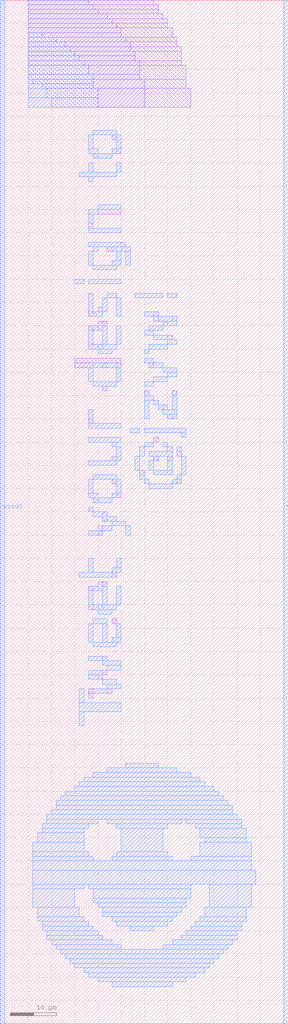
<source format=lef>
VERSION 5.7 ;
  NOWIREEXTENSIONATPIN ON ;
  DIVIDERCHAR "/" ;
  BUSBITCHARS "[]" ;
MACRO chip_art
  CLASS BLOCK ;
  FOREIGN chip_art ;
  ORIGIN 6.000 0.000 ;
  SIZE 62.000 BY 220.000 ;
  PIN vccd1
    DIRECTION INPUT ;
    USE POWER ;
    PORT
      LAYER met4 ;
        RECT 55.000 0.000 56.000 220.000 ;
    END
  END vccd1
  PIN vssd1
    DIRECTION INPUT ;
    USE GROUND ;
    PORT
      LAYER met4 ;
        RECT -6.000 0.000 -5.000 220.000 ;
    END
  END vssd1
  OBS
      LAYER met1 ;
        RECT 13.000 219.000 27.000 220.000 ;
        RECT 14.000 218.000 28.000 219.000 ;
        RECT 15.000 217.000 28.000 218.000 ;
        RECT 17.000 216.000 29.000 217.000 ;
        RECT 18.000 215.000 30.000 216.000 ;
        RECT 19.000 214.000 30.000 215.000 ;
        RECT 20.000 212.000 31.000 214.000 ;
        RECT 21.000 211.000 32.000 212.000 ;
        RECT 22.000 210.000 32.000 211.000 ;
        RECT 22.000 209.000 33.000 210.000 ;
        RECT 23.000 207.000 33.000 209.000 ;
        RECT 24.000 206.000 33.000 207.000 ;
        RECT 24.000 203.000 34.000 206.000 ;
        RECT 25.000 201.000 34.000 203.000 ;
        RECT 25.000 197.000 35.000 201.000 ;
        RECT 19.000 187.000 20.000 188.000 ;
        RECT 15.000 174.000 20.000 175.000 ;
        RECT 13.000 171.000 14.000 172.000 ;
        RECT 20.000 167.000 21.000 168.000 ;
        RECT 17.000 166.000 18.000 167.000 ;
        RECT 15.000 153.000 16.000 154.000 ;
        RECT 27.000 151.000 28.000 152.000 ;
        RECT 31.000 151.000 32.000 152.000 ;
        RECT 15.000 149.000 16.000 151.000 ;
        RECT 29.000 150.000 30.000 151.000 ;
        RECT 30.000 147.000 31.000 148.000 ;
        RECT 13.000 145.000 14.000 146.000 ;
        RECT 15.000 145.000 16.000 146.000 ;
        RECT 10.000 142.000 20.000 143.000 ;
        RECT 16.000 136.000 17.000 137.000 ;
        RECT 29.000 132.000 30.000 133.000 ;
        RECT 27.000 125.000 28.000 126.000 ;
        RECT 32.000 122.000 33.000 123.000 ;
        RECT 18.000 121.000 19.000 122.000 ;
        RECT 24.000 118.000 25.000 119.000 ;
        RECT 32.000 116.000 33.000 117.000 ;
        RECT 19.000 113.000 20.000 114.000 ;
        RECT 15.000 106.000 16.000 107.000 ;
        RECT 18.000 96.000 19.000 97.000 ;
        RECT 15.000 93.000 16.000 95.000 ;
        RECT 13.000 89.000 14.000 90.000 ;
        RECT 15.000 89.000 16.000 90.000 ;
        RECT 18.000 86.000 19.000 87.000 ;
        RECT 16.000 78.000 17.000 79.000 ;
        RECT 16.000 75.000 17.000 76.000 ;
        RECT 15.000 74.000 16.000 75.000 ;
        RECT 17.000 71.000 18.000 72.000 ;
        RECT 13.000 70.000 14.000 71.000 ;
      LAYER met2 ;
        RECT 0.000 219.000 13.000 220.000 ;
        RECT 0.000 218.000 14.000 219.000 ;
        RECT 0.000 217.000 15.000 218.000 ;
        RECT 0.000 216.000 17.000 217.000 ;
        RECT 0.000 215.000 18.000 216.000 ;
        RECT 0.000 214.000 19.000 215.000 ;
        RECT 0.000 213.000 20.000 214.000 ;
        RECT 3.000 212.000 20.000 213.000 ;
        RECT 6.000 211.000 21.000 212.000 ;
        RECT 8.000 210.000 22.000 211.000 ;
        RECT 9.000 209.000 22.000 210.000 ;
        RECT 10.000 208.000 23.000 209.000 ;
        RECT 11.000 207.000 23.000 208.000 ;
        RECT 12.000 206.000 24.000 207.000 ;
        RECT 13.000 204.000 24.000 206.000 ;
        RECT 14.000 203.000 24.000 204.000 ;
        RECT 14.000 201.000 25.000 203.000 ;
        RECT 15.000 197.000 25.000 201.000 ;
        RECT 18.000 190.000 19.000 191.000 ;
        RECT 14.000 186.000 15.000 187.000 ;
        RECT 13.000 152.000 14.000 153.000 ;
        RECT 27.000 152.000 28.000 153.000 ;
        RECT 16.000 150.000 17.000 151.000 ;
        RECT 13.000 149.000 14.000 150.000 ;
        RECT 10.000 141.000 14.000 142.000 ;
        RECT 16.000 141.000 17.000 142.000 ;
        RECT 19.000 141.000 20.000 142.000 ;
        RECT 26.000 141.000 27.000 142.000 ;
        RECT 25.000 135.000 26.000 136.000 ;
        RECT 31.000 135.000 32.000 136.000 ;
        RECT 30.000 130.000 31.000 131.000 ;
        RECT 13.000 129.000 14.000 130.000 ;
        RECT 27.000 121.000 28.000 122.000 ;
        RECT 30.000 121.000 31.000 122.000 ;
        RECT 18.000 116.000 19.000 117.000 ;
        RECT 14.000 112.000 15.000 113.000 ;
        RECT 16.000 108.000 17.000 110.000 ;
        RECT 15.000 105.000 16.000 106.000 ;
        RECT 16.000 94.000 17.000 95.000 ;
        RECT 13.000 93.000 14.000 94.000 ;
        RECT 13.000 71.000 14.000 72.000 ;
      LAYER met3 ;
        RECT 0.000 212.000 3.000 213.000 ;
        RECT 0.000 211.000 6.000 212.000 ;
        RECT 0.000 210.000 8.000 211.000 ;
        RECT 0.000 209.000 9.000 210.000 ;
        RECT 0.000 208.000 10.000 209.000 ;
        RECT 0.000 207.000 11.000 208.000 ;
        RECT 0.000 206.000 12.000 207.000 ;
        RECT 0.000 204.000 13.000 206.000 ;
        RECT 0.000 203.000 14.000 204.000 ;
        RECT 1.000 202.000 14.000 203.000 ;
        RECT 3.000 201.000 14.000 202.000 ;
        RECT 4.000 199.000 15.000 201.000 ;
        RECT 5.000 197.000 15.000 199.000 ;
      LAYER met4 ;
        RECT 0.000 202.000 1.000 203.000 ;
        RECT 0.000 201.000 3.000 202.000 ;
        RECT 0.000 199.000 4.000 201.000 ;
        RECT 0.000 197.000 5.000 199.000 ;
        RECT 14.000 191.000 19.000 192.000 ;
        RECT 13.000 188.000 14.000 191.000 ;
        RECT 19.000 188.000 20.000 191.000 ;
        RECT 13.000 187.000 15.000 188.000 ;
        RECT 18.000 187.000 19.000 188.000 ;
        RECT 15.000 186.000 18.000 187.000 ;
        RECT 13.000 183.000 14.000 185.000 ;
        RECT 19.000 183.000 20.000 185.000 ;
        RECT 11.000 182.000 19.000 183.000 ;
        RECT 13.000 181.000 14.000 182.000 ;
        RECT 15.000 175.000 20.000 176.000 ;
        RECT 13.000 174.000 15.000 175.000 ;
        RECT 13.000 172.000 14.000 174.000 ;
        RECT 13.000 170.000 20.000 171.000 ;
        RECT 13.000 167.000 20.000 168.000 ;
        RECT 14.000 166.000 15.000 167.000 ;
        RECT 18.000 166.000 19.000 167.000 ;
        RECT 20.000 166.000 22.000 167.000 ;
        RECT 13.000 163.000 14.000 166.000 ;
        RECT 19.000 164.000 20.000 166.000 ;
        RECT 18.000 163.000 20.000 164.000 ;
        RECT 21.000 163.000 22.000 166.000 ;
        RECT 14.000 162.000 19.000 163.000 ;
        RECT 10.000 159.000 12.000 160.000 ;
        RECT 13.000 159.000 20.000 160.000 ;
        RECT 13.000 153.000 14.000 157.000 ;
        RECT 17.000 156.000 19.000 157.000 ;
        RECT 23.000 156.000 29.000 157.000 ;
        RECT 30.000 156.000 32.000 157.000 ;
        RECT 16.000 153.000 17.000 156.000 ;
        RECT 14.000 152.000 16.000 153.000 ;
        RECT 19.000 152.000 20.000 156.000 ;
        RECT 25.000 152.000 27.000 153.000 ;
        RECT 28.000 151.000 31.000 152.000 ;
        RECT 30.000 150.000 32.000 151.000 ;
        RECT 14.000 149.000 15.000 150.000 ;
        RECT 13.000 146.000 14.000 149.000 ;
        RECT 16.000 146.000 17.000 150.000 ;
        RECT 19.000 146.000 20.000 150.000 ;
        RECT 26.000 149.000 29.000 150.000 ;
        RECT 25.000 148.000 27.000 149.000 ;
        RECT 27.000 147.000 30.000 148.000 ;
        RECT 30.000 146.000 32.000 147.000 ;
        RECT 14.000 145.000 15.000 146.000 ;
        RECT 16.000 145.000 19.000 146.000 ;
        RECT 26.000 145.000 30.000 146.000 ;
        RECT 15.000 144.000 18.000 145.000 ;
        RECT 25.000 144.000 26.000 145.000 ;
        RECT 25.000 142.000 27.000 143.000 ;
        RECT 14.000 141.000 16.000 142.000 ;
        RECT 17.000 141.000 19.000 142.000 ;
        RECT 27.000 141.000 29.000 142.000 ;
        RECT 13.000 138.000 14.000 141.000 ;
        RECT 19.000 138.000 20.000 141.000 ;
        RECT 29.000 140.000 32.000 141.000 ;
        RECT 30.000 139.000 32.000 140.000 ;
        RECT 27.000 138.000 30.000 139.000 ;
        RECT 14.000 137.000 19.000 138.000 ;
        RECT 25.000 137.000 27.000 138.000 ;
        RECT 25.000 134.000 27.000 135.000 ;
        RECT 13.000 130.000 14.000 132.000 ;
        RECT 25.000 130.000 26.000 134.000 ;
        RECT 27.000 133.000 28.000 134.000 ;
        RECT 28.000 132.000 29.000 133.000 ;
        RECT 31.000 132.000 32.000 135.000 ;
        RECT 29.000 131.000 32.000 132.000 ;
        RECT 31.000 130.000 32.000 131.000 ;
        RECT 13.000 128.000 20.000 129.000 ;
        RECT 22.000 127.000 24.000 128.000 ;
        RECT 25.000 127.000 34.000 128.000 ;
        RECT 33.000 126.000 34.000 127.000 ;
        RECT 13.000 125.000 20.000 126.000 ;
        RECT 18.000 124.000 19.000 125.000 ;
        RECT 25.000 124.000 27.000 125.000 ;
        RECT 29.000 124.000 30.000 125.000 ;
        RECT 19.000 121.000 20.000 124.000 ;
        RECT 24.000 122.000 25.000 124.000 ;
        RECT 30.000 123.000 31.000 124.000 ;
        RECT 32.000 123.000 33.000 124.000 ;
        RECT 26.000 122.000 31.000 123.000 ;
        RECT 13.000 120.000 19.000 121.000 ;
        RECT 23.000 119.000 24.000 122.000 ;
        RECT 26.000 119.000 27.000 121.000 ;
        RECT 30.000 119.000 31.000 121.000 ;
        RECT 27.000 118.000 31.000 119.000 ;
        RECT 33.000 118.000 34.000 122.000 ;
        RECT 14.000 117.000 19.000 118.000 ;
        RECT 24.000 117.000 25.000 118.000 ;
        RECT 32.000 117.000 33.000 118.000 ;
        RECT 13.000 114.000 14.000 117.000 ;
        RECT 19.000 114.000 20.000 117.000 ;
        RECT 25.000 116.000 26.000 117.000 ;
        RECT 31.000 116.000 32.000 117.000 ;
        RECT 26.000 115.000 31.000 116.000 ;
        RECT 13.000 113.000 15.000 114.000 ;
        RECT 18.000 113.000 19.000 114.000 ;
        RECT 15.000 112.000 18.000 113.000 ;
        RECT 13.000 110.000 14.000 111.000 ;
        RECT 14.000 109.000 16.000 110.000 ;
        RECT 17.000 108.000 19.000 109.000 ;
        RECT 18.000 107.000 21.000 108.000 ;
        RECT 16.000 106.000 18.000 107.000 ;
        RECT 13.000 105.000 15.000 106.000 ;
        RECT 21.000 105.000 22.000 107.000 ;
        RECT 13.000 97.000 14.000 100.000 ;
        RECT 19.000 98.000 20.000 100.000 ;
        RECT 18.000 97.000 20.000 98.000 ;
        RECT 11.000 96.000 18.000 97.000 ;
        RECT 14.000 93.000 15.000 94.000 ;
        RECT 13.000 90.000 14.000 93.000 ;
        RECT 16.000 90.000 17.000 94.000 ;
        RECT 19.000 90.000 20.000 94.000 ;
        RECT 14.000 89.000 15.000 90.000 ;
        RECT 16.000 89.000 19.000 90.000 ;
        RECT 15.000 88.000 18.000 89.000 ;
        RECT 14.000 86.000 17.000 87.000 ;
        RECT 13.000 82.000 14.000 86.000 ;
        RECT 16.000 82.000 17.000 86.000 ;
        RECT 19.000 83.000 20.000 86.000 ;
        RECT 18.000 82.000 20.000 83.000 ;
        RECT 14.000 81.000 19.000 82.000 ;
        RECT 13.000 78.000 16.000 79.000 ;
        RECT 16.000 77.000 20.000 78.000 ;
        RECT 17.000 76.000 20.000 77.000 ;
        RECT 13.000 75.000 16.000 76.000 ;
        RECT 13.000 74.000 15.000 75.000 ;
        RECT 16.000 73.000 19.000 74.000 ;
        RECT 17.000 72.000 20.000 73.000 ;
        RECT 11.000 69.000 12.000 72.000 ;
        RECT 14.000 71.000 17.000 72.000 ;
        RECT 11.000 67.000 20.000 69.000 ;
        RECT 11.000 64.000 12.000 67.000 ;
        RECT 21.000 55.000 28.000 56.000 ;
        RECT 17.000 54.000 32.000 55.000 ;
        RECT 14.000 53.000 35.000 54.000 ;
        RECT 12.000 52.000 37.000 53.000 ;
        RECT 11.000 51.000 38.000 52.000 ;
        RECT 10.000 50.000 40.000 51.000 ;
        RECT 8.000 49.000 41.000 50.000 ;
        RECT 7.000 48.000 42.000 49.000 ;
        RECT 6.000 47.000 43.000 48.000 ;
        RECT 6.000 46.000 44.000 47.000 ;
        RECT 5.000 45.000 44.000 46.000 ;
        RECT 4.000 44.000 45.000 45.000 ;
        RECT 4.000 43.000 15.000 44.000 ;
        RECT 17.000 43.000 33.000 44.000 ;
        RECT 34.000 43.000 46.000 44.000 ;
        RECT 3.000 42.000 13.000 43.000 ;
        RECT 19.000 42.000 30.000 43.000 ;
        RECT 36.000 42.000 46.000 43.000 ;
        RECT 3.000 41.000 12.000 42.000 ;
        RECT 2.000 39.000 12.000 41.000 ;
        RECT 1.000 37.000 12.000 39.000 ;
        RECT 20.000 37.000 29.000 42.000 ;
        RECT 37.000 40.000 47.000 42.000 ;
        RECT 38.000 39.000 47.000 40.000 ;
        RECT 1.000 36.000 13.000 37.000 ;
        RECT 19.000 36.000 30.000 37.000 ;
        RECT 37.000 36.000 48.000 39.000 ;
        RECT 1.000 35.000 14.000 36.000 ;
        RECT 18.000 35.000 31.000 36.000 ;
        RECT 35.000 35.000 48.000 36.000 ;
        RECT 1.000 33.000 48.000 35.000 ;
        RECT 1.000 30.000 49.000 33.000 ;
        RECT 1.000 29.000 12.000 30.000 ;
        RECT 13.000 29.000 35.000 30.000 ;
        RECT 1.000 25.000 10.000 29.000 ;
        RECT 14.000 27.000 35.000 29.000 ;
        RECT 14.000 26.000 34.000 27.000 ;
        RECT 15.000 25.000 34.000 26.000 ;
        RECT 39.000 25.000 48.000 30.000 ;
        RECT 2.000 23.000 11.000 25.000 ;
        RECT 16.000 24.000 33.000 25.000 ;
        RECT 16.000 23.000 32.000 24.000 ;
        RECT 38.000 23.000 47.000 25.000 ;
        RECT 2.000 22.000 12.000 23.000 ;
        RECT 18.000 22.000 31.000 23.000 ;
        RECT 37.000 22.000 47.000 23.000 ;
        RECT 3.000 21.000 13.000 22.000 ;
        RECT 19.000 21.000 30.000 22.000 ;
        RECT 36.000 21.000 46.000 22.000 ;
        RECT 3.000 20.000 14.000 21.000 ;
        RECT 22.000 20.000 27.000 21.000 ;
        RECT 35.000 20.000 46.000 21.000 ;
        RECT 4.000 19.000 15.000 20.000 ;
        RECT 34.000 19.000 45.000 20.000 ;
        RECT 4.000 18.000 16.000 19.000 ;
        RECT 33.000 18.000 45.000 19.000 ;
        RECT 5.000 17.000 18.000 18.000 ;
        RECT 31.000 17.000 44.000 18.000 ;
        RECT 6.000 16.000 20.000 17.000 ;
        RECT 29.000 16.000 43.000 17.000 ;
        RECT 7.000 15.000 42.000 16.000 ;
        RECT 8.000 14.000 41.000 15.000 ;
        RECT 9.000 13.000 40.000 14.000 ;
        RECT 10.000 12.000 39.000 13.000 ;
        RECT 12.000 11.000 38.000 12.000 ;
        RECT 13.000 10.000 36.000 11.000 ;
        RECT 15.000 9.000 34.000 10.000 ;
        RECT 18.000 8.000 31.000 9.000 ;
  END
END chip_art
END LIBRARY


</source>
